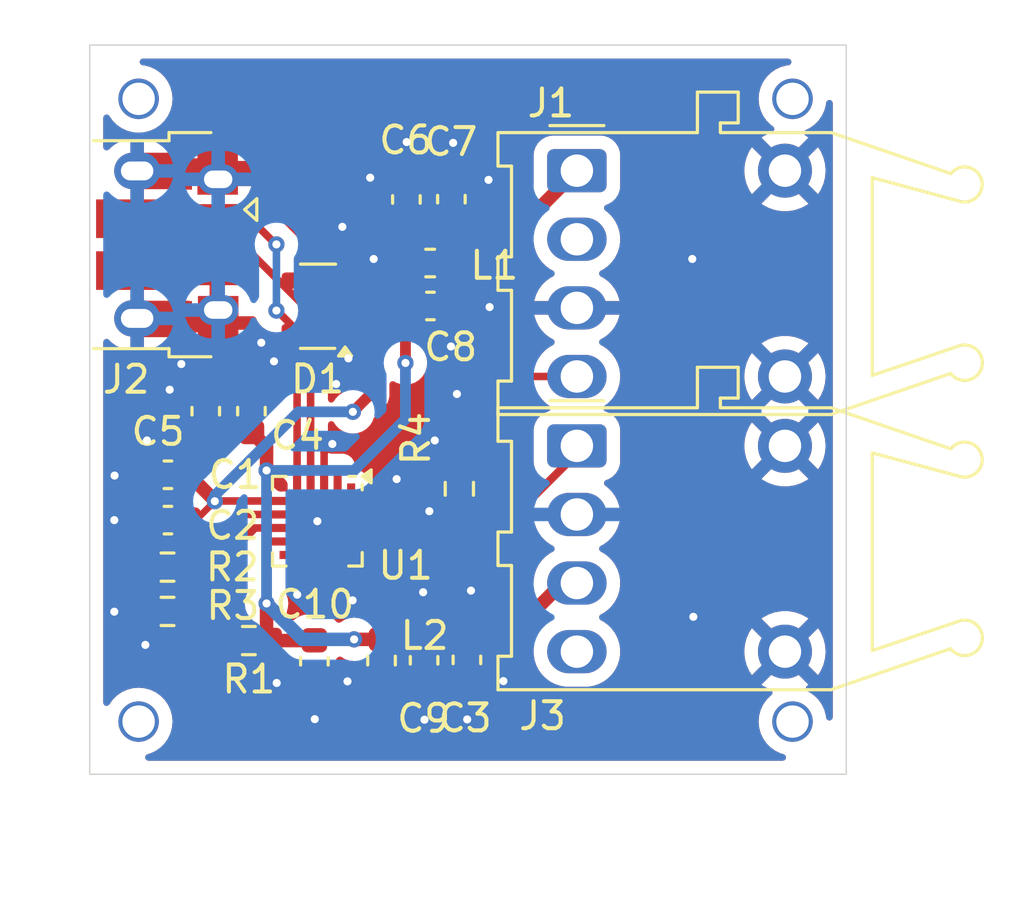
<source format=kicad_pcb>
(kicad_pcb (version 20241229) (generator "pcbnew") (generator_version "9.0")
  (layers (0 "F.Cu" signal) (2 "B.Cu" signal) (13 "F.Paste" user) (15 "B.Paste" user) (5 "F.SilkS" user "F.Silkscreen") (7 "B.SilkS" user "B.Silkscreen") (1 "F.Mask" user) (3 "B.Mask" user) (25 "Edge.Cuts" user))
  (net 0 "")
  (net 1 "GND")
  (net 2 "V_UNREG")
  (net 3 "VCC")
  (net 4 "D-")
  (net 5 "D+")
  (net 7 "TXD")
  (net 9 "RXD")
  (net 11 "Net-(U1-~{RST})")
  (net 12 "V_DIV")
  (net 23 "Net-(J3-VCCR)")
  (net 24 "Net-(J1-VCCT)")
  (footprint "Capacitor_SMD:C_0603_1608Metric" (layer "F.Cu") (at 30.86 26 180)
    (property "Reference" "C8" (at -0.750004 -1.519999 0) (layer "F.SilkS"))
    (property "Value" "10u" (hide yes))
    (fp_line (start -0.140579 -0.510003) (end 0.140582 -0.510001) (stroke (width 0.12)) (layer "F.SilkS"))
    (fp_line (start -0.140582 0.510001) (end 0.140579 0.510003) (stroke (width 0.12)) (layer "F.SilkS"))
    (pad "1" smd roundrect (at -0.774996 -0.000001 180) (size 0.9 0.95) (layers "F.Cu" "F.Mask" "F.Paste") (net 1 "GND"))
    (pad "2" smd roundrect (at 0.774996 0.000001 180) (size 0.9 0.95) (layers "F.Cu" "F.Mask" "F.Paste") (net 3 "VCC"))
  )
  (footprint "Capacitor_SMD:C_0603_1608Metric" (layer "F.Cu") (at 31.635001 22.045004 -90)
    (property "Reference" "C7" (at -2.125004 0.015001 180) (layer "F.SilkS"))
    (property "Value" "10u" (hide yes))
    (fp_line (start -0.140582 0.510005) (end 0.140575 0.510003) (stroke (width 0.12)) (layer "F.SilkS"))
    (fp_line (start -0.140575 -0.510003) (end 0.140582 -0.510005) (stroke (width 0.12)) (layer "F.SilkS"))
    (pad "1" smd roundrect (at -0.774996 -0.000001 270) (size 0.9 0.95) (layers "F.Cu" "F.Mask" "F.Paste") (net 1 "GND"))
    (pad "2" smd roundrect (at 0.774996 0.000001 270) (size 0.9 0.95) (layers "F.Cu" "F.Mask" "F.Paste") (net 24 "Net-(J1-VCCT)"))
  )
  (footprint "Capacitor_SMD:C_0603_1608Metric" (layer "F.Cu") (at 24.234998 29.895004 90)
    (property "Reference" "C4" (at -0.904996 1.705002 180) (layer "F.SilkS"))
    (property "Value" "100n" (hide yes))
    (fp_line (start -0.140575 -0.510003) (end 0.140582 -0.510004) (stroke (width 0.12)) (layer "F.SilkS"))
    (fp_line (start -0.140582 0.510004) (end 0.140575 0.510003) (stroke (width 0.12)) (layer "F.SilkS"))
    (pad "1" smd roundrect (at -0.775 0 90) (size 0.9 0.95) (layers "F.Cu" "F.Mask" "F.Paste") (net 3 "VCC"))
    (pad "2" smd roundrect (at 0.775 0 90) (size 0.9 0.95) (layers "F.Cu" "F.Mask" "F.Paste") (net 1 "GND"))
  )
  (footprint "Capacitor_SMD:C_0603_1608Metric" (layer "F.Cu") (at 26.565002 39.155002 90)
    (property "Reference" "C10" (at 2.105002 0.014998 180) (layer "F.SilkS"))
    (property "Value" "10u" (hide yes))
    (fp_line (start -0.140579 -0.510001) (end 0.140581 -0.51) (stroke (width 0.12)) (layer "F.SilkS"))
    (fp_line (start -0.140581 0.51) (end 0.140579 0.510001) (stroke (width 0.12)) (layer "F.SilkS"))
    (pad "1" smd roundrect (at -0.774998 -0.000002 90) (size 0.9 0.95) (layers "F.Cu" "F.Mask" "F.Paste") (net 1 "GND"))
    (pad "2" smd roundrect (at 0.774998 0.000002 90) (size 0.9 0.95) (layers "F.Cu" "F.Mask" "F.Paste") (net 3 "VCC"))
  )
  (footprint "Inductor_SMD:L_0603_1608Metric" (layer "F.Cu") (at 30.85 24.41 180)
    (property "Reference" "L1" (at -2.3725 -0.09 0) (layer "F.SilkS"))
    (property "Value" "1u" (hide yes))
    (fp_line (start -0.162779 -0.510002) (end 0.16278 -0.510002) (stroke (width 0.12)) (layer "F.SilkS"))
    (fp_line (start -0.16278 0.510002) (end 0.162779 0.510002) (stroke (width 0.12)) (layer "F.SilkS"))
    (pad "1" smd roundrect (at -0.7875 0 180) (size 0.875 0.95) (layers "F.Cu" "F.Mask" "F.Paste") (net 24 "Net-(J1-VCCT)"))
    (pad "2" smd roundrect (at 0.7875 0 180) (size 0.875 0.95) (layers "F.Cu" "F.Mask" "F.Paste") (net 3 "VCC"))
  )
  (footprint "Connector_USB:USB_Micro-B_Amphenol_10103594-0001LF_Horizontal" (layer "F.Cu") (at 21.12 23.755 -90)
    (property "Reference" "J2" (at 4.965 1.52 180) (layer "F.SilkS"))
    (property "Value" "USB_B_Micro")
    (fp_line (start -3.875 2.735) (end -3.874999 -0.065) (stroke (width 0.12)) (layer "F.SilkS"))
    (fp_line (start 3.825 2.735) (end 3.825 -0.065) (stroke (width 0.12)) (layer "F.SilkS"))
    (fp_line (start -4.174999 -0.064995) (end -3.874999 -0.065) (stroke (width 0.12)) (layer "F.SilkS"))
    (fp_line (start -4.174999 -0.064995) (end -4.174997 -1.615) (stroke (width 0.12)) (layer "F.SilkS"))
    (fp_line (start 4.125 -0.064999) (end 4.125002 -1.614997) (stroke (width 0.12)) (layer "F.SilkS"))
    (fp_line (start 3.825 -0.065) (end 4.125 -0.064999) (stroke (width 0.12)) (layer "F.SilkS"))
    (fp_line (start -1.325001 -2.864997) (end -1.725 -3.315) (stroke (width 0.12)) (layer "F.SilkS"))
    (fp_line (start -0.925001 -3.314999) (end -1.325001 -2.864997) (stroke (width 0.12)) (layer "F.SilkS"))
    (fp_line (start -1.725 -3.315) (end -0.925001 -3.314999) (stroke (width 0.12)) (layer "F.SilkS"))
    (pad "1" smd rect (at -1.324999 -1.764998) (size 1.65 0.4) (layers "F.Cu" "F.Mask" "F.Paste") (net 2 "V_UNREG"))
    (pad "2" smd rect (at -0.675 -1.765) (size 1.65 0.4) (layers "F.Cu" "F.Mask" "F.Paste") (net 4 "D-"))
    (pad "3" smd rect (at -0.025002 -1.765003) (size 1.65 0.4) (layers "F.Cu" "F.Mask" "F.Paste") (net 5 "D+"))
    (pad "4" smd rect (at 0.625 -1.765) (size 1.65 0.4) (layers "F.Cu" "F.Mask" "F.Paste"))
    (pad "5" smd rect (at 1.275001 -1.765) (size 1.65 0.4) (layers "F.Cu" "F.Mask" "F.Paste") (net 1 "GND"))
    (pad "6" smd rect (at -2.975 -0.565 270) (size 1.825 0.7) (layers "F.Cu" "F.Mask" "F.Paste") (net 1 "GND"))
    (pad "6" smd rect (at -2.875 -1.865 270) (size 2 1.5) (layers "F.Cu" "F.Mask" "F.Paste") (net 1 "GND"))
    (pad "6" smd rect (at -2.755 0.184997 270) (size 1.35 2) (layers "F.Cu" "F.Mask" "F.Paste") (net 1 "GND"))
    (pad "6" thru_hole oval (at -2.754999 1.114998) (size 1.7 1.35) (drill oval 1.2 0.7) (layers "*.Cu" "*.Mask") (net 1 "GND"))
    (pad "6" thru_hole oval (at -2.445 -1.884999) (size 1.5 1.1) (drill oval 1.05 0.65) (layers "*.Cu" "*.Mask") (net 1 "GND"))
    (pad "6" smd rect (at -0.984999 1.384998) (size 2.5 1.43) (layers "F.Cu" "F.Mask" "F.Paste") (net 1 "GND"))
    (pad "6" smd rect (at 0.934998 1.385003) (size 2.5 1.43) (layers "F.Cu" "F.Mask" "F.Paste") (net 1 "GND"))
    (pad "6" thru_hole oval (at 2.395 -1.884998) (size 1.5 1.1) (drill oval 1.05 0.65) (layers "*.Cu" "*.Mask") (net 1 "GND"))
    (pad "6" thru_hole oval (at 2.705 1.115) (size 1.7 1.35) (drill oval 1.2 0.7) (layers "*.Cu" "*.Mask") (net 1 "GND"))
    (pad "6" smd rect (at 2.724999 0.184999 270) (size 1.35 2) (layers "F.Cu" "F.Mask" "F.Paste") (net 1 "GND"))
    (pad "6" smd rect (at 2.874997 -1.884997 270) (size 2 1.5) (layers "F.Cu" "F.Mask" "F.Paste") (net 1 "GND"))
    (pad "6" smd rect (at 2.975 -0.565003 270) (size 1.825 0.7) (layers "F.Cu" "F.Mask" "F.Paste") (net 1 "GND"))
  )
  (footprint "Inductor_SMD:L_0603_1608Metric" (layer "F.Cu") (at 29.05 39.13 90)
    (property "Reference" "L2" (at 0.9225 1.595 180) (layer "F.SilkS"))
    (property "Value" "1u" (hide yes))
    (fp_line (start -0.162779 -0.510001) (end 0.16278 -0.510001) (stroke (width 0.12)) (layer "F.SilkS"))
    (fp_line (start -0.16278 0.510001) (end 0.162779 0.510001) (stroke (width 0.12)) (layer "F.SilkS"))
    (pad "1" smd roundrect (at -0.7875 0 90) (size 0.875 0.95) (layers "F.Cu" "F.Mask" "F.Paste") (net 23 "Net-(J3-VCCR)"))
    (pad "2" smd roundrect (at 0.7875 0 90) (size 0.875 0.95) (layers "F.Cu" "F.Mask" "F.Paste") (net 3 "VCC"))
  )
  (footprint "Package_DFN_QFN:SiliconLabs_QFN-20-1EP_3x3mm_P0.5mm_EP1.8x1.8mm" (layer "F.Cu") (at 26.674999 33.969998 -90)
    (property "Reference" "U1" (at 1.640002 -3.265001 180) (layer "F.SilkS"))
    (property "Value" "CP2102N-Axx-xQFN20" (hide yes))
    (fp_line (start 1.66 1.660002) (end 1.66 1.16) (stroke (width 0.12)) (layer "F.SilkS"))
    (fp_line (start -1.660002 1.66) (end -1.66 1.16) (stroke (width 0.12)) (layer "F.SilkS"))
    (fp_line (start -1.16 1.66) (end -1.660002 1.66) (stroke (width 0.12)) (layer "F.SilkS"))
    (fp_line (start 1.16 1.66) (end 1.66 1.660002) (stroke (width 0.12)) (layer "F.SilkS"))
    (fp_line (start -1.66 -1.16) (end -1.66 -1.41) (stroke (width 0.12)) (layer "F.SilkS"))
    (fp_line (start -1.16 -1.66) (end -1.360002 -1.66) (stroke (width 0.12)) (layer "F.SilkS"))
    (fp_line (start 1.16 -1.66) (end 1.660002 -1.66) (stroke (width 0.12)) (layer "F.SilkS"))
    (fp_line (start 1.660002 -1.66) (end 1.66 -1.16) (stroke (width 0.12)) (layer "F.SilkS"))
    (fp_poly (pts (xy -1.66 -1.660002) (xy -1.9 -1.99) (xy -1.42 -1.99) (xy -1.66 -1.660002)) (stroke (width 0.12)) (fill yes) (layer "F.SilkS"))
    (pad "1" smd rect (at -1.250001 -1.250002 270) (size 0.3 0.3) (layers "F.Cu" "F.Mask" "F.Paste"))
    (pad "2" smd rect (at -1.549999 -0.750001 270) (size 0.9 0.3) (layers "F.Cu" "F.Mask" "F.Paste"))
    (pad "3" smd rect (at -1.549997 -0.250003 270) (size 0.9 0.3) (layers "F.Cu" "F.Mask" "F.Paste") (net 1 "GND"))
    (pad "4" smd rect (at -1.55 0.25 270) (size 0.9 0.3) (layers "F.Cu" "F.Mask" "F.Paste") (net 5 "D+"))
    (pad "5" smd rect (at -1.55 0.749999 270) (size 0.9 0.3) (layers "F.Cu" "F.Mask" "F.Paste") (net 4 "D-"))
    (pad "6" smd rect (at -1.250002 1.250001 270) (size 0.3 0.3) (layers "F.Cu" "F.Mask" "F.Paste") (net 3 "VCC"))
    (pad "7" smd rect (at -0.750001 1.549999) (size 0.9 0.3) (layers "F.Cu" "F.Mask" "F.Paste") (net 2 "V_UNREG"))
    (pad "8" smd rect (at -0.250003 1.549997) (size 0.9 0.3) (layers "F.Cu" "F.Mask" "F.Paste") (net 12 "V_DIV"))
    (pad "9" smd rect (at 0.25 1.55) (size 0.9 0.3) (layers "F.Cu" "F.Mask" "F.Paste") (net 11 "Net-(U1-~{RST})"))
    (pad "10" smd rect (at 0.749999 1.55) (size 0.9 0.3) (layers "F.Cu" "F.Mask" "F.Paste"))
    (pad "11" smd rect (at 1.250001 1.250002 270) (size 0.3 0.3) (layers "F.Cu" "F.Mask" "F.Paste"))
    (pad "12" smd rect (at 1.549999 0.750001 270) (size 0.9 0.3) (layers "F.Cu" "F.Mask" "F.Paste") (net 1 "GND"))
    (pad "13" smd rect (at 1.549997 0.250003 270) (size 0.9 0.3) (layers "F.Cu" "F.Mask" "F.Paste"))
    (pad "14" smd rect (at 1.55 -0.25 270) (size 0.9 0.3) (layers "F.Cu" "F.Mask" "F.Paste"))
    (pad "15" smd rect (at 1.55 -0.749999 270) (size 0.9 0.3) (layers "F.Cu" "F.Mask" "F.Paste"))
    (pad "16" smd rect (at 1.250002 -1.250001 270) (size 0.3 0.3) (layers "F.Cu" "F.Mask" "F.Paste"))
    (pad "17" smd rect (at 0.750001 -1.549999) (size 0.9 0.3) (layers "F.Cu" "F.Mask" "F.Paste") (net 9 "RXD"))
    (pad "18" smd rect (at 0.250003 -1.549997) (size 0.9 0.3) (layers "F.Cu" "F.Mask" "F.Paste") (net 7 "TXD"))
    (pad "19" smd rect (at -0.25 -1.55) (size 0.9 0.3) (layers "F.Cu" "F.Mask" "F.Paste"))
    (pad "20" smd rect (at -0.749999 -1.55) (size 0.9 0.3) (layers "F.Cu" "F.Mask" "F.Paste"))
    (pad "21" smd rect (at 0 0 270) (size 1.8 1.8) (layers "F.Cu" "F.Mask") (net 1 "GND"))
  )
  (footprint "OptoDevice:Broadcom_AFBR-16xxZ_Horizontal" (layer "F.Cu") (at 36.28 20.99)
    (property "Reference" "J1" (at -0.96 -2.5 0) (layer "F.SilkS"))
    (property "Value" "AFBR-1624Z")
    (fp_line (start -2.92 -1.41) (end 4.46 -1.41) (stroke (width 0.12)) (layer "F.SilkS"))
    (fp_line (start -2.92 -1.397) (end -2.92 -0.17) (stroke (width 0.12)) (layer "F.SilkS"))
    (fp_line (start -2.92 -0.17) (end -2.42 -0.17) (stroke (width 0.12)) (layer "F.SilkS"))
    (fp_line (start -2.92 3.19) (end -2.92 4.43) (stroke (width 0.12)) (layer "F.SilkS"))
    (fp_line (start -2.92 4.43) (end -2.42 4.43) (stroke (width 0.12)) (layer "F.SilkS"))
    (fp_line (start -2.92 7.79) (end -2.92 9.03) (stroke (width 0.12)) (layer "F.SilkS"))
    (fp_line (start -2.92 9.03) (end 9.4 9.03) (stroke (width 0.12)) (layer "F.SilkS"))
    (fp_line (start -2.42 -0.17) (end -2.42 3.19) (stroke (width 0.12)) (layer "F.SilkS"))
    (fp_line (start -2.42 3.19) (end -2.92 3.19) (stroke (width 0.12)) (layer "F.SilkS"))
    (fp_line (start -2.42 4.43) (end -2.42 7.79) (stroke (width 0.12)) (layer "F.SilkS"))
    (fp_line (start -2.42 7.79) (end -2.92 7.79) (stroke (width 0.12)) (layer "F.SilkS"))
    (fp_line (start -1 -1.67) (end 1 -1.67) (stroke (width 0.12)) (layer "F.SilkS"))
    (fp_line (start 4.46 -2.91) (end 4.46 -1.41) (stroke (width 0.12)) (layer "F.SilkS"))
    (fp_line (start 5.31 -1.77) (end 5.97 -1.77) (stroke (width 0.12)) (layer "F.SilkS"))
    (fp_line (start 5.31 -1.41) (end 5.31 -1.77) (stroke (width 0.12)) (layer "F.SilkS"))
    (fp_line (start 5.97 -2.91) (end 4.46 -2.91) (stroke (width 0.12)) (layer "F.SilkS"))
    (fp_line (start 5.97 -1.77) (end 5.97 -2.91) (stroke (width 0.12)) (layer "F.SilkS"))
    (fp_line (start 9.4 -1.41) (end 5.33 -1.41) (stroke (width 0.12)) (layer "F.SilkS"))
    (fp_line (start 9.4 9.03) (end 13.83 7.51) (stroke (width 0.12)) (layer "F.SilkS"))
    (fp_line (start 10.93 0.26) (end 14.13 1.12) (stroke (width 0.12)) (layer "F.SilkS"))
    (fp_line (start 10.93 7.58) (end 10.93 0.26) (stroke (width 0.12)) (layer "F.SilkS"))
    (fp_line (start 13.84 0.11) (end 9.41 -1.41) (stroke (width 0.12)) (layer "F.SilkS"))
    (fp_line (start 14.14 6.49) (end 10.93 7.58) (stroke (width 0.12)) (layer "F.SilkS"))
    (fp_arc (start 13.839757 0.10981) (mid 14.973245 0.330932) (end 14.13 1.12) (stroke (width 0.12)) (layer "F.SilkS"))
    (fp_arc (start 14.131216 6.491507) (mid 14.979112 7.296058) (end 13.83 7.51) (stroke (width 0.12)) (layer "F.SilkS"))
    (pad "1" thru_hole roundrect (at 0 0) (size 2.2 1.6) (drill 1.2) (layers "*.Cu" "*.Mask") (roundrect_rratio 0.156) (net 24 "Net-(J1-VCCT)"))
    (pad "2" thru_hole oval (at 0 2.54) (size 2.2 1.6) (drill 1.2) (layers "*.Cu" "*.Mask"))
    (pad "3" thru_hole oval (at 0 5.08) (size 2.2 1.6) (drill 1.2) (layers "*.Cu" "*.Mask") (net 1 "GND"))
    (pad "4" thru_hole oval (at 0 7.62) (size 2.2 1.6) (drill 1.2) (layers "*.Cu" "*.Mask") (net 7 "TXD"))
    (pad "5" thru_hole circle (at 7.7 7.62) (size 2 2) (drill 1.2) (layers "*.Cu" "*.Mask") (net 1 "GND"))
    (pad "8" thru_hole circle (at 7.7 0) (size 2 2) (drill 1.2) (layers "*.Cu" "*.Mask") (net 1 "GND"))
  )
  (footprint "Resistor_SMD:R_0603_1608Metric" (layer "F.Cu") (at 31.93 32.77 -90)
    (property "Reference" "R4" (at -1.860001 1.609998 90) (layer "F.SilkS"))
    (property "Value" "4.7K" (hide yes))
    (fp_line (start -0.237259 0.522495) (end 0.237257 0.5225) (stroke (width 0.12)) (layer "F.SilkS"))
    (fp_line (start -0.237257 -0.5225) (end 0.237259 -0.522495) (stroke (width 0.12)) (layer "F.SilkS"))
    (pad "1" smd roundrect (at -0.824999 0.000003 270) (size 0.8 0.95) (layers "F.Cu" "F.Mask" "F.Paste") (net 7 "TXD"))
    (pad "2" smd roundrect (at 0.824999 -0.000003 270) (size 0.8 0.95) (layers "F.Cu" "F.Mask" "F.Paste") (net 1 "GND"))
  )
  (footprint "Capacitor_SMD:C_0603_1608Metric" (layer "F.Cu") (at 22.545 29.895 90)
    (property "Reference" "C5" (at -0.755 -1.765 180) (layer "F.SilkS"))
    (property "Value" "4.7u" (hide yes))
    (fp_line (start -0.140575 -0.510003) (end 0.140582 -0.510004) (stroke (width 0.12)) (layer "F.SilkS"))
    (fp_line (start -0.140582 0.510004) (end 0.140575 0.510003) (stroke (width 0.12)) (layer "F.SilkS"))
    (pad "1" smd roundrect (at -0.775 0 90) (size 0.9 0.95) (layers "F.Cu" "F.Mask" "F.Paste") (net 3 "VCC"))
    (pad "2" smd roundrect (at 0.775 0 90) (size 0.9 0.95) (layers "F.Cu" "F.Mask" "F.Paste") (net 1 "GND"))
  )
  (footprint "Resistor_SMD:R_0603_1608Metric" (layer "F.Cu") (at 21.129999 37.309998 180)
    (property "Reference" "R3" (at -2.420001 0.209998 0) (layer "F.SilkS"))
    (property "Value" "47.5K" (hide yes))
    (fp_line (start -0.237257 -0.5225) (end 0.237259 -0.522497) (stroke (width 0.12)) (layer "F.SilkS"))
    (fp_line (start -0.237259 0.522497) (end 0.237257 0.5225) (stroke (width 0.12)) (layer "F.SilkS"))
    (pad "1" smd roundrect (at -0.824999 0.000002 180) (size 0.8 0.95) (layers "F.Cu" "F.Mask" "F.Paste") (net 12 "V_DIV"))
    (pad "2" smd roundrect (at 0.824999 -0.000002 180) (size 0.8 0.95) (layers "F.Cu" "F.Mask" "F.Paste") (net 1 "GND"))
  )
  (footprint "Capacitor_SMD:C_0603_1608Metric" (layer "F.Cu") (at 30.625002 39.119996 90)
    (property "Reference" "C9" (at -2.154998 -0.015002 180) (layer "F.SilkS"))
    (property "Value" "10u" (hide yes))
    (fp_line (start -0.140579 -0.510001) (end 0.140581 -0.51) (stroke (width 0.12)) (layer "F.SilkS"))
    (fp_line (start -0.140581 0.51) (end 0.140579 0.510001) (stroke (width 0.12)) (layer "F.SilkS"))
    (pad "1" smd roundrect (at -0.774998 -0.000002 90) (size 0.9 0.95) (layers "F.Cu" "F.Mask" "F.Paste") (net 1 "GND"))
    (pad "2" smd roundrect (at 0.774998 0.000002 90) (size 0.9 0.95) (layers "F.Cu" "F.Mask" "F.Paste") (net 23 "Net-(J3-VCCR)"))
  )
  (footprint "Capacitor_SMD:C_0603_1608Metric" (layer "F.Cu") (at 29.970001 22.055004 -90)
    (property "Reference" "C6" (at -2.195006 0.025002 180) (layer "F.SilkS"))
    (property "Value" "100n" (hide yes))
    (fp_line (start -0.140582 0.510005) (end 0.140575 0.510003) (stroke (width 0.12)) (layer "F.SilkS"))
    (fp_line (start -0.140575 -0.510003) (end 0.140582 -0.510005) (stroke (width 0.12)) (layer "F.SilkS"))
    (pad "1" smd roundrect (at -0.774996 -0.000001 270) (size 0.9 0.95) (layers "F.Cu" "F.Mask" "F.Paste") (net 1 "GND"))
    (pad "2" smd roundrect (at 0.774996 0.000001 270) (size 0.9 0.95) (layers "F.Cu" "F.Mask" "F.Paste") (net 24 "Net-(J1-VCCT)"))
  )
  (footprint "Resistor_SMD:R_0603_1608Metric" (layer "F.Cu") (at 21.130001 35.670005)
    (property "Reference" "R2" (at 2.399999 -0.000005 0) (layer "F.SilkS"))
    (property "Value" "22.1K" (hide yes))
    (fp_line (start -0.237257 -0.5225) (end 0.237257 -0.522495) (stroke (width 0.12)) (layer "F.SilkS"))
    (fp_line (start -0.237257 0.522495) (end 0.237257 0.5225) (stroke (width 0.12)) (layer "F.SilkS"))
    (pad "1" smd roundrect (at -0.824999 0.000005) (size 0.8 0.95) (layers "F.Cu" "F.Mask" "F.Paste") (net 2 "V_UNREG"))
    (pad "2" smd roundrect (at 0.824999 -0.000005) (size 0.8 0.95) (layers "F.Cu" "F.Mask" "F.Paste") (net 12 "V_DIV"))
  )
  (footprint "Resistor_SMD:R_0603_1608Metric" (layer "F.Cu") (at 24.140001 38.390002 180)
    (property "Reference" "R1" (at 0 -1.43 0) (layer "F.SilkS"))
    (property "Value" "10K" (hide yes))
    (fp_line (start -0.237257 -0.5225) (end 0.237259 -0.522497) (stroke (width 0.12)) (layer "F.SilkS"))
    (fp_line (start -0.237259 0.522497) (end 0.237257 0.5225) (stroke (width 0.12)) (layer "F.SilkS"))
    (pad "1" smd roundrect (at -0.824999 0.000002 180) (size 0.8 0.95) (layers "F.Cu" "F.Mask" "F.Paste") (net 3 "VCC"))
    (pad "2" smd roundrect (at 0.824999 -0.000002 180) (size 0.8 0.95) (layers "F.Cu" "F.Mask" "F.Paste") (net 11 "Net-(U1-~{RST})"))
  )
  (footprint "OptoDevice:Broadcom_AFBR-16xxZ_Horizontal" (layer "F.Cu") (at 36.28 31.18)
    (property "Reference" "J3" (at -1.27 10 0) (layer "F.SilkS"))
    (property "Value" "AFBR-2624Z")
    (fp_line (start -2.92 -1.41) (end 4.46 -1.41) (stroke (width 0.12)) (layer "F.SilkS"))
    (fp_line (start -2.92 -1.397) (end -2.92 -0.17) (stroke (width 0.12)) (layer "F.SilkS"))
    (fp_line (start -2.92 -0.17) (end -2.42 -0.17) (stroke (width 0.12)) (layer "F.SilkS"))
    (fp_line (start -2.92 3.19) (end -2.92 4.43) (stroke (width 0.12)) (layer "F.SilkS"))
    (fp_line (start -2.92 4.43) (end -2.42 4.43) (stroke (width 0.12)) (layer "F.SilkS"))
    (fp_line (start -2.92 7.79) (end -2.92 9.03) (stroke (width 0.12)) (layer "F.SilkS"))
    (fp_line (start -2.92 9.03) (end 9.4 9.03) (stroke (width 0.12)) (layer "F.SilkS"))
    (fp_line (start -2.42 -0.17) (end -2.42 3.19) (stroke (width 0.12)) (layer "F.SilkS"))
    (fp_line (start -2.42 3.19) (end -2.92 3.19) (stroke (width 0.12)) (layer "F.SilkS"))
    (fp_line (start -2.42 4.43) (end -2.42 7.79) (stroke (width 0.12)) (layer "F.SilkS"))
    (fp_line (start -2.42 7.79) (end -2.92 7.79) (stroke (width 0.12)) (layer "F.SilkS"))
    (fp_line (start -1 -1.67) (end 1 -1.67) (stroke (width 0.12)) (layer "F.SilkS"))
    (fp_line (start 4.46 -2.91) (end 4.46 -1.41) (stroke (width 0.12)) (layer "F.SilkS"))
    (fp_line (start 5.31 -1.77) (end 5.97 -1.77) (stroke (width 0.12)) (layer "F.SilkS"))
    (fp_line (start 5.31 -1.41) (end 5.31 -1.77) (stroke (width 0.12)) (layer "F.SilkS"))
    (fp_line (start 5.97 -2.91) (end 4.46 -2.91) (stroke (width 0.12)) (layer "F.SilkS"))
    (fp_line (start 5.97 -1.77) (end 5.97 -2.91) (stroke (width 0.12)) (layer "F.SilkS"))
    (fp_line (start 9.4 -1.41) (end 5.33 -1.41) (stroke (width 0.12)) (layer "F.SilkS"))
    (fp_line (start 9.4 9.03) (end 13.83 7.51) (stroke (width 0.12)) (layer "F.SilkS"))
    (fp_line (start 10.93 0.26) (end 14.13 1.12) (stroke (width 0.12)) (layer "F.SilkS"))
    (fp_line (start 10.93 7.58) (end 10.93 0.26) (stroke (width 0.12)) (layer "F.SilkS"))
    (fp_line (start 13.84 0.11) (end 9.41 -1.41) (stroke (width 0.12)) (layer "F.SilkS"))
    (fp_line (start 14.14 6.49) (end 10.93 7.58) (stroke (width 0.12)) (layer "F.SilkS"))
    (fp_arc (start 13.839757 0.10981) (mid 14.973245 0.330932) (end 14.13 1.12) (stroke (width 0.12)) (layer "F.SilkS"))
    (fp_arc (start 14.131216 6.491507) (mid 14.979112 7.296058) (end 13.83 7.51) (stroke (width 0.12)) (layer "F.SilkS"))
    (pad "1" thru_hole roundrect (at 0 0) (size 2.2 1.6) (drill 1.2) (layers "*.Cu" "*.Mask") (roundrect_rratio 0.156) (net 9 "RXD"))
    (pad "2" thru_hole oval (at 0 2.54) (size 2.2 1.6) (drill 1.2) (layers "*.Cu" "*.Mask") (net 1 "GND"))
    (pad "3" thru_hole oval (at 0 5.08) (size 2.2 1.6) (drill 1.2) (layers "*.Cu" "*.Mask") (net 23 "Net-(J3-VCCR)"))
    (pad "4" thru_hole oval (at 0 7.62) (size 2.2 1.6) (drill 1.2) (layers "*.Cu" "*.Mask"))
    (pad "5" thru_hole circle (at 7.7 7.62) (size 2 2) (drill 1.2) (layers "*.Cu" "*.Mask") (net 1 "GND"))
    (pad "8" thru_hole circle (at 7.7 0) (size 2 2) (drill 1.2) (layers "*.Cu" "*.Mask") (net 1 "GND"))
  )
  (footprint "Capacitor_SMD:C_0603_1608Metric" (layer "F.Cu") (at 21.144998 33.93 180)
    (property "Reference" "C2" (at -2.395002 -0.2 0) (layer "F.SilkS"))
    (property "Value" "4.7u" (hide yes))
    (fp_line (start -0.140579 -0.510003) (end 0.140582 -0.510001) (stroke (width 0.12)) (layer "F.SilkS"))
    (fp_line (start -0.140582 0.510001) (end 0.140579 0.510003) (stroke (width 0.12)) (layer "F.SilkS"))
    (pad "1" smd roundrect (at -0.774996 -0.000001 180) (size 0.9 0.95) (layers "F.Cu" "F.Mask" "F.Paste") (net 2 "V_UNREG"))
    (pad "2" smd roundrect (at 0.774996 0.000001 180) (size 0.9 0.95) (layers "F.Cu" "F.Mask" "F.Paste") (net 1 "GND"))
  )
  (footprint "Capacitor_SMD:C_0603_1608Metric" (layer "F.Cu") (at 21.145 32.25 180)
    (property "Reference" "C1" (at -2.485 0 0) (layer "F.SilkS"))
    (property "Value" "100n" (hide yes))
    (fp_line (start -0.140579 -0.510003) (end 0.140582 -0.510001) (stroke (width 0.12)) (layer "F.SilkS"))
    (fp_line (start -0.140582 0.510001) (end 0.140579 0.510003) (stroke (width 0.12)) (layer "F.SilkS"))
    (pad "1" smd roundrect (at -0.774996 -0.000001 180) (size 0.9 0.95) (layers "F.Cu" "F.Mask" "F.Paste") (net 2 "V_UNREG"))
    (pad "2" smd roundrect (at 0.774996 0.000001 180) (size 0.9 0.95) (layers "F.Cu" "F.Mask" "F.Paste") (net 1 "GND"))
  )
  (footprint "Package_TO_SOT_SMD:SOT-143" (layer "F.Cu") (at 26.700001 26.009997 180)
    (property "Reference" "D1" (at 0.020001 -2.699999 0) (layer "F.SilkS"))
    (property "Value" "SP0503BAHT" (hide yes))
    (fp_line (start 0.649999 -1.559998) (end -0.62 -1.56) (stroke (width 0.12)) (layer "F.SilkS"))
    (fp_line (start -0.649999 1.559998) (end 0.649997 1.56) (stroke (width 0.12)) (layer "F.SilkS"))
    (fp_poly (pts (xy -1.000001 -1.51) (xy -1.239999 -1.840001) (xy -0.760003 -1.84) (xy -1.000001 -1.51)) (stroke (width 0.12)) (fill yes) (layer "F.SilkS"))
    (pad "1" smd roundrect (at -0.999999 -0.750002 180) (size 0.7 1) (layers "F.Cu" "F.Mask" "F.Paste") (net 1 "GND"))
    (pad "2" smd roundrect (at -1.000001 0.950003 180) (size 0.7 0.6) (layers "F.Cu" "F.Mask" "F.Paste") (net 2 "V_UNREG"))
    (pad "3" smd roundrect (at 1 0.949998 180) (size 0.7 0.6) (layers "F.Cu" "F.Mask" "F.Paste") (net 5 "D+"))
    (pad "4" smd roundrect (at 1.000001 -0.950003 180) (size 0.7 0.6) (layers "F.Cu" "F.Mask" "F.Paste") (net 4 "D-"))
  )
  (footprint "Capacitor_SMD:C_0603_1608Metric" (layer "F.Cu") (at 32.21 39.104994 90)
    (property "Reference" "C3" (at -2.155002 -0.064998 180) (layer "F.SilkS"))
    (property "Value" "100n" (hide yes))
    (fp_line (start -0.140579 -0.510001) (end 0.140581 -0.51) (stroke (width 0.12)) (layer "F.SilkS"))
    (fp_line (start -0.140581 0.51) (end 0.140579 0.510001) (stroke (width 0.12)) (layer "F.SilkS"))
    (pad "1" smd roundrect (at -0.774998 -0.000002 90) (size 0.9 0.95) (layers "F.Cu" "F.Mask" "F.Paste") (net 1 "GND"))
    (pad "2" smd roundrect (at 0.774998 0.000002 90) (size 0.9 0.95) (layers "F.Cu" "F.Mask" "F.Paste") (net 23 "Net-(J3-VCCR)"))
  )
  (gr_rect (start 18.25 16.34) (end 46.25 43.34) (stroke (width 0.05)) (fill no) (layer "Edge.Cuts"))
  (via (at 44.26 41.39) (size 1.5) (drill 1.2) (layers "F.Cu" "B.Cu") (net 0))
  (via (at 20.06 41.39) (size 1.5) (drill 1.2) (layers "F.Cu" "B.Cu") (net 0))
  (via (at 44.26 18.33) (size 1.5) (drill 1.2) (layers "F.Cu" "B.Cu") (net 0))
  (via (at 20.06 18.33) (size 1.5) (drill 1.2) (layers "F.Cu" "B.Cu") (net 0))
  (segment (start 23.004999 21.31) (end 23.004999 20.899999) (width 0.5) (layer "F.Cu") (net 1))
  (segment (start 25.924998 35.519997) (end 25.924998 36.684998) (width 0.25) (layer "F.Cu") (net 1))
  (segment (start 22.885 26.030002) (end 23.004998 26.15) (width 0.25) (layer "F.Cu") (net 1))
  (segment (start 25.924998 36.684998) (end 25.93 36.69) (width 0.25) (layer "F.Cu") (net 1))
  (segment (start 20.005002 26.459998) (end 20.005 26.46) (width 0.5) (layer "F.Cu") (net 1))
  (segment (start 27.824998 26.640005) (end 27.824998 27.94) (width 0.5) (layer "F.Cu") (net 1))
  (segment (start 23.004999 20.899999) (end 22.985 20.88) (width 0.5) (layer "F.Cu") (net 1))
  (segment (start 22.695 21.000001) (end 23.004999 21.31) (width 0.5) (layer "F.Cu") (net 1))
  (segment (start 20.005 26.46) (end 20.005 21.000003) (width 0.5) (layer "F.Cu") (net 1))
  (segment (start 26.925002 32.420001) (end 26.925002 31.414998) (width 0.28) (layer "F.Cu") (net 1))
  (segment (start 20.315 26.15) (end 20.005 26.46) (width 0.5) (layer "F.Cu") (net 1))
  (segment (start 26.925002 31.414998) (end 27.23 31.11) (width 0.28) (layer "F.Cu") (net 1))
  (segment (start 20.005 21.000003) (end 20.005002 21.000001) (width 0.5) (layer "F.Cu") (net 1))
  (segment (start 22.885 25.030001) (end 22.885 26.030002) (width 0.25) (layer "F.Cu") (net 1))
  (segment (start 36.24 33.95) (end 36.28 33.99) (width 0.25) (layer "F.Cu") (net 1))
  (segment (start 20.005002 21.000001) (end 22.695 21.000001) (width 0.5) (layer "F.Cu") (net 1))
  (via (at 40.55 24.26) (size 0.6) (drill 0.3) (layers "F.Cu" "B.Cu") (net 1))
  (via (at 19.17 32.28) (size 0.6) (drill 0.3) (layers "F.Cu" "B.Cu") (net 1))
  (via (at 31.84 29.26) (size 0.6) (drill 0.3) (layers "F.Cu" "B.Cu") (net 1))
  (via (at 20.31 38.55) (size 0.6) (drill 0.3) (layers "F.Cu" "B.Cu") (net 1))
  (via (at 27.824998 27.94) (size 0.6) (drill 0.3) (layers "F.Cu" "B.Cu") (net 1))
  (via (at 25.93 36.69) (size 0.6) (drill 0.3) (layers "F.Cu" "B.Cu") (net 1))
  (via (at 29.98 19.93) (size 0.6) (drill 0.3) (layers "F.Cu" "B.Cu") (net 1))
  (via (at 27.6 23.07) (size 0.6) (drill 0.3) (layers "F.Cu" "B.Cu") (net 1))
  (via (at 25.07 28.05) (size 0.6) (drill 0.3) (layers "F.Cu" "B.Cu") (net 1))
  (via (at 40.59 37.51) (size 0.6) (drill 0.3) (layers "F.Cu" "B.Cu") (net 1))
  (via (at 31.02 30.98) (size 0.6) (drill 0.3) (layers "F.Cu" "B.Cu") (net 1))
  (via (at 19.16 37.32) (size 0.6) (drill 0.3) (layers "F.Cu" "B.Cu") (net 1))
  (via (at 27.23 31.11) (size 0.6) (drill 0.3) (layers "F.Cu" "B.Cu") (net 1))
  (via (at 25.17 39.96) (size 0.6) (drill 0.3) (layers "F.Cu" "B.Cu") (net 1))
  (via (at 33.01 21.33) (size 0.6) (drill 0.3) (layers "F.Cu" "B.Cu") (net 1))
  (via (at 26.58 41.3) (size 0.6) (drill 0.3) (layers "F.Cu" "B.Cu") (net 1))
  (via (at 31.62 27.5) (size 0.6) (drill 0.3) (layers "F.Cu" "B.Cu") (net 1))
  (via (at 30.59 36.6) (size 0.6) (drill 0.3) (layers "F.Cu" "B.Cu") (net 1))
  (via (at 28.76 24.26) (size 0.6) (drill 0.3) (layers "F.Cu" "B.Cu") (net 1))
  (via (at 33.05 26.04) (size 0.6) (drill 0.3) (layers "F.Cu" "B.Cu") (net 1))
  (via (at 31.7 19.96) (size 0.6) (drill 0.3) (layers "F.Cu" "B.Cu") (net 1))
  (via (at 26.674999 33.969998) (size 0.6) (drill 0.3) (layers "F.Cu" "B.Cu") (net 1))
  (via (at 33.56 39.89) (size 0.6) (drill 0.3) (layers "F.Cu" "B.Cu") (net 1))
  (via (at 29.61 32.41) (size 0.6) (drill 0.3) (layers "F.Cu" "B.Cu") (net 1))
  (via (at 21.21 29.1) (size 0.6) (drill 0.3) (layers "F.Cu" "B.Cu") (net 1))
  (via (at 24.6 27.36) (size 0.6) (drill 0.3) (layers "F.Cu" "B.Cu") (net 1))
  (via (at 30.82 33.6) (size 0.6) (drill 0.3) (layers "F.Cu" "B.Cu") (net 1))
  (via (at 28.63 21.25) (size 0.6) (drill 0.3) (layers "F.Cu" "B.Cu") (net 1))
  (via (at 19.16 33.93) (size 0.6) (drill 0.3) (layers "F.Cu" "B.Cu") (net 1))
  (via (at 27.98 36.9) (size 0.6) (drill 0.3) (layers "F.Cu" "B.Cu") (net 1))
  (via (at 27.37 28.89) (size 0.6) (drill 0.3) (layers "F.Cu" "B.Cu") (net 1))
  (via (at 32.36 36.54) (size 0.6) (drill 0.3) (layers "F.Cu" "B.Cu") (net 1))
  (via (at 32.22 41.31) (size 0.6) (drill 0.3) (layers "F.Cu" "B.Cu") (net 1))
  (via (at 27.79 39.9) (size 0.6) (drill 0.3) (layers "F.Cu" "B.Cu") (net 1))
  (via (at 30.64 41.32) (size 0.6) (drill 0.3) (layers "F.Cu" "B.Cu") (net 1))
  (via (at 20.37 30.98) (size 0.6) (drill 0.3) (layers "F.Cu" "B.Cu") (net 1))
  (via (at 21.64 28.15) (size 0.6) (drill 0.3) (layers "F.Cu" "B.Cu") (net 1))
  (segment (start 21.919994 33.930001) (end 21.919994 34.055018) (width 0.25) (layer "F.Cu") (net 2))
  (segment (start 22.179988 33.930001) (end 22.879994 33.229995) (width 0.25) (layer "F.Cu") (net 2))
  (segment (start 21.919994 33.930001) (end 22.179988 33.930001) (width 0.25) (layer "F.Cu") (net 2))
  (segment (start 21.919994 34.055018) (end 20.305002 35.67001) (width 0.5) (layer "F.Cu") (net 2))
  (segment (start 25.200661 22.43) (end 28.64 25.869339) (width 0.4) (layer "F.Cu") (net 2))
  (segment (start 22.879994 33.229995) (end 22.879994 33.229994) (width 0.25) (layer "F.Cu") (net 2))
  (segment (start 28.64 29.27) (end 27.99 29.92) (width 0.4) (layer "F.Cu") (net 2))
  (segment (start 25.125 33.219997) (end 22.889992 33.219997) (width 0.28) (layer "F.Cu") (net 2))
  (segment (start 22.879994 33.229994) (end 22.879995 33.229994) (width 0.25) (layer "F.Cu") (net 2))
  (segment (start 22.879995 33.229994) (end 22.889992 33.219997) (width 0.25) (layer "F.Cu") (net 2))
  (segment (start 28.64 25.869339) (end 28.64 29.27) (width 0.4) (layer "F.Cu") (net 2))
  (segment (start 22.889992 33.219997) (end 21.919996 32.250001) (width 0.5) (layer "F.Cu") (net 2))
  (segment (start 22.912169 22.43) (end 25.200661 22.43) (width 0.4) (layer "F.Cu") (net 2))
  (via (at 22.879994 33.229994) (size 0.6) (drill 0.3) (layers "F.Cu" "B.Cu") (net 2))
  (via (at 27.99 29.92) (size 0.6) (drill 0.3) (layers "F.Cu" "B.Cu") (net 2))
  (segment (start 25.975054 29.92) (end 22.879994 33.01506) (width 0.4) (layer "B.Cu") (net 2))
  (segment (start 22.879994 32.900006) (end 22.879994 33.229994) (width 0.25) (layer "B.Cu") (net 2))
  (segment (start 27.99 29.92) (end 25.975054 29.92) (width 0.4) (layer "B.Cu") (net 2))
  (segment (start 22.879994 33.01506) (end 22.879994 33.229994) (width 0.4) (layer "B.Cu") (net 2))
  (segment (start 24.795002 37.015002) (end 24.795002 38.220002) (width 0.5) (layer "F.Cu") (net 3))
  (segment (start 29.0475 38.345) (end 29.05 38.3425) (width 0.4) (layer "F.Cu") (net 3))
  (segment (start 24.965 38.39) (end 26.555008 38.39) (width 0.5) (layer "F.Cu") (net 3))
  (segment (start 25.320002 32.620002) (end 24.759998 32.059998) (width 0.5) (layer "F.Cu") (net 3))
  (segment (start 26.555008 38.39) (end 26.565004 38.380004) (width 0.4) (layer "F.Cu") (net 3))
  (segment (start 24.234998 30.670004) (end 22.545004 30.670004) (width 0.5) (layer "F.Cu") (net 3))
  (segment (start 24.795002 32.090002) (end 24.795002 31.230008) (width 0.5) (layer "F.Cu") (net 3))
  (segment (start 28.035 38.345) (end 29.0475 38.345) (width 0.5) (layer "F.Cu") (net 3))
  (segment (start 26.74 38.345) (end 26.705 38.38) (width 0.5) (layer "F.Cu") (net 3))
  (segment (start 24.795002 38.220002) (end 24.965 38.39) (width 0.4) (layer "F.Cu") (net 3))
  (segment (start 29.935 28.11) (end 29.935 24.875) (width 0.4) (layer "F.Cu") (net 3))
  (segment (start 22.545004 30.670004) (end 22.545 30.67) (width 0.25) (layer "F.Cu") (net 3))
  (segment (start 24.935 38.42) (end 24.974996 38.380004) (width 0.25) (layer "F.Cu") (net 3))
  (segment (start 24.795002 31.230008) (end 24.234998 30.670004) (width 0.5) (layer "F.Cu") (net 3))
  (segment (start 29.935 24.875) (end 30.07 24.74) (width 0.4) (layer "F.Cu") (net 3))
  (via (at 24.795002 37.015002) (size 0.6) (drill 0.3) (layers "F.Cu" "B.Cu") (net 3))
  (via (at 28.035 38.345) (size 0.6) (drill 0.3) (layers "F.Cu" "B.Cu") (net 3))
  (via (at 24.795002 32.090002) (size 0.6) (drill 0.3) (layers "F.Cu" "B.Cu") (net 3))
  (via (at 29.935 28.11) (size 0.6) (drill 0.3) (layers "F.Cu" "B.Cu") (net 3))
  (segment (start 29.935 30.19) (end 29.935 28.11) (width 0.4) (layer "B.Cu") (net 3))
  (segment (start 28.034998 32.090002) (end 29.935 30.19) (width 0.4) (layer "B.Cu") (net 3))
  (segment (start 24.795002 32.090002) (end 28.034998 32.090002) (width 0.4) (layer "B.Cu") (net 3))
  (segment (start 24.795002 32.090002) (end 24.795002 37.015002) (width 0.4) (layer "B.Cu") (net 3))
  (segment (start 24.795002 37.015002) (end 26.125 38.345) (width 0.5) (layer "B.Cu") (net 3))
  (segment (start 26.125 38.345) (end 28.035 38.345) (width 0.5) (layer "B.Cu") (net 3))
  (segment (start 25.16 23.72) (end 25.14 23.72) (width 0.28) (layer "F.Cu") (net 4))
  (segment (start 25.18 26.17) (end 25.16 26.17) (width 0.28) (layer "F.Cu") (net 4))
  (segment (start 25.925 26.915) (end 25.18 26.17) (width 0.28) (layer "F.Cu") (net 4))
  (segment (start 25.14 23.72) (end 24.5 23.08) (width 0.28) (layer "F.Cu") (net 4))
  (segment (start 25.925 32.419998) (end 25.925 26.915) (width 0.28) (layer "F.Cu") (net 4))
  (segment (start 24.5 23.08) (end 22.885 23.08) (width 0.28) (layer "F.Cu") (net 4))
  (segment (start 25.16 26.17) (end 25.16 26.175008) (width 0.25) (layer "F.Cu") (net 4))
  (via (at 25.16 23.72) (size 0.6) (drill 0.3) (layers "F.Cu" "B.Cu") (net 4))
  (via (at 25.16 26.17) (size 0.6) (drill 0.3) (layers "F.Cu" "B.Cu") (net 4))
  (segment (start 25.16 23.72) (end 25.16 26.17) (width 0.28) (layer "B.Cu") (net 4))
  (segment (start 23.909998 23.729998) (end 22.885003 23.729998) (width 0.28) (layer "F.Cu") (net 5))
  (segment (start 26.424999 26.244999) (end 23.909998 23.729998) (width 0.28) (layer "F.Cu") (net 5))
  (segment (start 26.424999 32.419998) (end 26.424999 26.244999) (width 0.28) (layer "F.Cu") (net 5))
  (segment (start 26.405 32.399999) (end 26.424999 32.419998) (width 0.25) (layer "F.Cu") (net 5))
  (segment (start 28.909999 34.220001) (end 34.52 28.61) (width 0.28) (layer "F.Cu") (net 7))
  (segment (start 28.224996 34.220001) (end 28.909999 34.220001) (width 0.28) (layer "F.Cu") (net 7))
  (segment (start 34.52 28.61) (end 36.28 28.61) (width 0.28) (layer "F.Cu") (net 7))
  (segment (start 36.28 31.46) (end 36.28 31.18) (width 0.3) (layer "F.Cu") (net 9))
  (segment (start 28.224998 34.719999) (end 28.454999 34.95) (width 0.3) (layer "F.Cu") (net 9))
  (segment (start 32.79 34.95) (end 36.28 31.46) (width 0.3) (layer "F.Cu") (net 9))
  (segment (start 28.454999 34.95) (end 32.79 34.95) (width 0.3) (layer "F.Cu") (net 9))
  (segment (start 23.315002 35.279994) (end 23.315002 38.390004) (width 0.28) (layer "F.Cu") (net 11))
  (segment (start 25.124999 34.219998) (end 24.374998 34.219998) (width 0.28) (layer "F.Cu") (net 11))
  (segment (start 24.374998 34.219998) (end 23.315002 35.279994) (width 0.28) (layer "F.Cu") (net 11))
  (segment (start 21.954998 37.309996) (end 21.954998 35.670002) (width 0.5) (layer "F.Cu") (net 12))
  (segment (start 21.955 35.67) (end 23.905005 33.719995) (width 0.28) (layer "F.Cu") (net 12))
  (segment (start 21.954998 35.670002) (end 21.955 35.67) (width 0.25) (layer "F.Cu") (net 12))
  (segment (start 23.905005 33.719995) (end 25.125002 33.719995) (width 0.28) (layer "F.Cu") (net 12))
  (segment (start 35.739992 36.26) (end 36.28 36.26) (width 0.5) (layer "F.Cu") (net 23))
  (segment (start 30.625004 38.344998) (end 32.195 38.344998) (width 0.5) (layer "F.Cu") (net 23))
  (segment (start 32.195 38.344998) (end 32.210002 38.329996) (width 0.5) (layer "F.Cu") (net 23))
  (segment (start 29.05 39.9175) (end 29.052502 39.9175) (width 0.25) (layer "F.Cu") (net 23))
  (segment (start 30.622502 38.344998) (end 29.05 39.9175) (width 0.5) (layer "F.Cu") (net 23))
  (segment (start 33.669996 38.329996) (end 35.739992 36.26) (width 0.5) (layer "F.Cu") (net 23))
  (segment (start 32.210002 38.329996) (end 33.669996 38.329996) (width 0.5) (layer "F.Cu") (net 23))
  (segment (start 30.625004 38.344998) (end 30.622502 38.344998) (width 0.5) (layer "F.Cu") (net 23))
  (segment (start 34.45 22.82) (end 36.28 20.99) (width 0.5) (layer "F.Cu") (net 24))
  (segment (start 31.6375 24.41) (end 31.645 24.4025) (width 0.5) (layer "F.Cu") (net 24))
  (segment (start 31.635 22.82) (end 34.45 22.82) (width 0.5) (layer "F.Cu") (net 24))
  (segment (start 31.625002 22.810002) (end 31.635 22.82) (width 0.25) (layer "F.Cu") (net 24))
  (segment (start 31.645 24.4025) (end 31.645 22.83) (width 0.5) (layer "F.Cu") (net 24))
  (segment (start 31.645 22.83) (end 31.635 22.82) (width 0.25) (layer "F.Cu") (net 24))
  (segment (start 29.989998 22.810002) (end 31.625002 22.810002) (width 0.5) (layer "F.Cu") (net 24))
  (segment (start 29.97 22.83) (end 29.989998 22.810002) (width 0.5) (layer "F.Cu") (net 24))
  (zone (net 1) (net_name "GND") (layers "F.Cu" "B.Cu") (connect_pads (clearance 0.5)) (min_thickness 0.25) (fill yes (thermal_gap 0.5) (thermal_bridge_width 0.5))
    (polygon (pts (xy 14.93 14.67) (xy 52.85 14.67) (xy 52.85 48.32) (xy 14.93 48.32)))
  )
)
</source>
